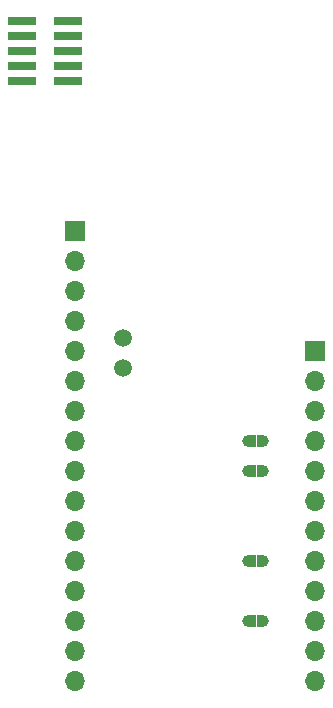
<source format=gts>
%TF.GenerationSoftware,KiCad,Pcbnew,7.0.6*%
%TF.CreationDate,2023-10-23T11:13:58-04:00*%
%TF.ProjectId,CFL_FeatherDebugShield,43464c5f-4665-4617-9468-657244656275,v01a*%
%TF.SameCoordinates,Original*%
%TF.FileFunction,Soldermask,Top*%
%TF.FilePolarity,Negative*%
%FSLAX46Y46*%
G04 Gerber Fmt 4.6, Leading zero omitted, Abs format (unit mm)*
G04 Created by KiCad (PCBNEW 7.0.6) date 2023-10-23 11:13:58*
%MOMM*%
%LPD*%
G01*
G04 APERTURE LIST*
%ADD10R,1.700000X1.700000*%
%ADD11O,1.700000X1.700000*%
%ADD12R,0.254000X1.000000*%
%ADD13C,1.000000*%
%ADD14R,0.500000X1.000000*%
%ADD15C,1.500000*%
%ADD16R,2.400000X0.740000*%
G04 APERTURE END LIST*
D10*
%TO.C,J1*%
X106680000Y-71120000D03*
D11*
X106680000Y-73660000D03*
X106680000Y-76200000D03*
X106680000Y-78740000D03*
X106680000Y-81280000D03*
X106680000Y-83820000D03*
X106680000Y-86360000D03*
X106680000Y-88900000D03*
X106680000Y-91440000D03*
X106680000Y-93980000D03*
X106680000Y-96520000D03*
X106680000Y-99060000D03*
%TD*%
D10*
%TO.C,J2*%
X86360000Y-60960000D03*
D11*
X86360000Y-63500000D03*
X86360000Y-66040000D03*
X86360000Y-68580000D03*
X86360000Y-71120000D03*
X86360000Y-73660000D03*
X86360000Y-76200000D03*
X86360000Y-78740000D03*
X86360000Y-81280000D03*
X86360000Y-83820000D03*
X86360000Y-86360000D03*
X86360000Y-88900000D03*
X86360000Y-91440000D03*
X86360000Y-93980000D03*
X86360000Y-96520000D03*
X86360000Y-99060000D03*
%TD*%
D12*
%TO.C,J8*%
X101600000Y-88900000D03*
D13*
X102235000Y-88900000D03*
D14*
X101981000Y-88900000D03*
X101219000Y-88900000D03*
D13*
X100965000Y-88900000D03*
%TD*%
D15*
%TO.C,J5*%
X90424000Y-72517000D03*
%TD*%
D12*
%TO.C,J3*%
X101600000Y-78740000D03*
D13*
X102235000Y-78740000D03*
D14*
X101981000Y-78740000D03*
X101219000Y-78740000D03*
D13*
X100965000Y-78740000D03*
%TD*%
D16*
%TO.C,J4*%
X81870000Y-43180000D03*
X85770000Y-43180000D03*
X81870000Y-44450000D03*
X85770000Y-44450000D03*
X81870000Y-45720000D03*
X85770000Y-45720000D03*
X81870000Y-46990000D03*
X85770000Y-46990000D03*
X81870000Y-48260000D03*
X85770000Y-48260000D03*
%TD*%
D15*
%TO.C,J6*%
X90424000Y-69977000D03*
%TD*%
D12*
%TO.C,J7*%
X101600000Y-81280000D03*
D13*
X102235000Y-81280000D03*
D14*
X101981000Y-81280000D03*
X101219000Y-81280000D03*
D13*
X100965000Y-81280000D03*
%TD*%
D12*
%TO.C,J9*%
X101600000Y-93980000D03*
D13*
X102235000Y-93980000D03*
D14*
X101981000Y-93980000D03*
X101219000Y-93980000D03*
D13*
X100965000Y-93980000D03*
%TD*%
M02*

</source>
